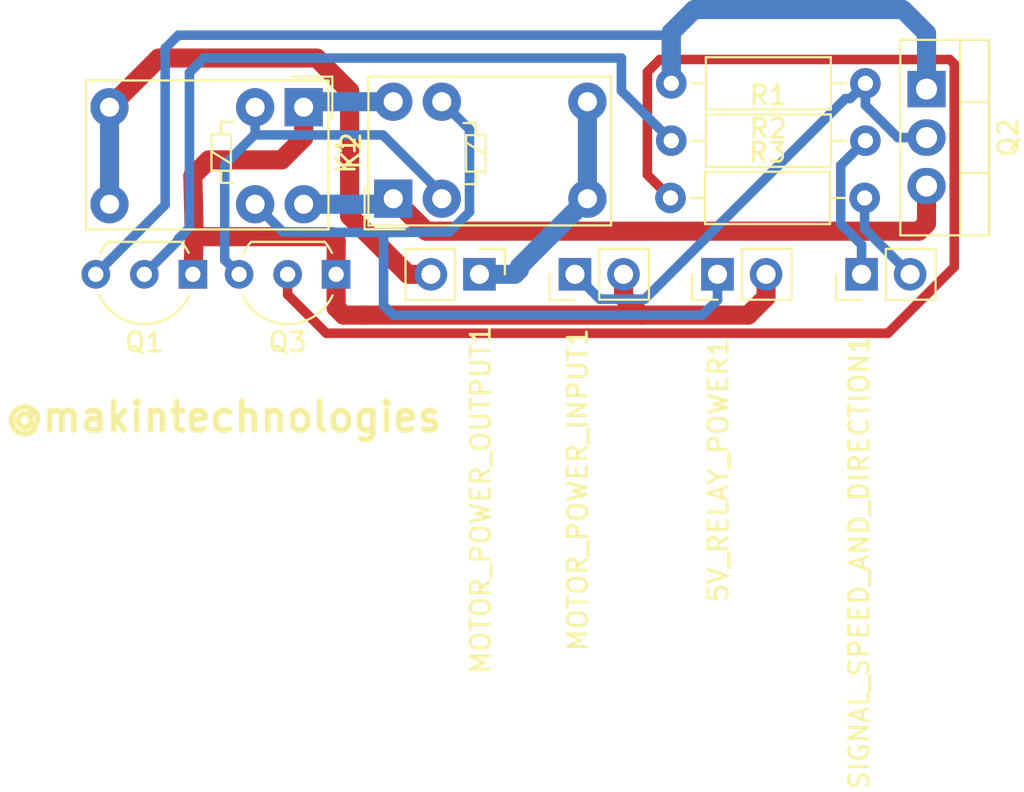
<source format=kicad_pcb>
(kicad_pcb (version 20171130) (host pcbnew "(5.1.5-0)")

  (general
    (thickness 1.6)
    (drawings 1)
    (tracks 106)
    (zones 0)
    (modules 12)
    (nets 13)
  )

  (page A4)
  (layers
    (0 F.Cu signal)
    (31 B.Cu signal)
    (32 B.Adhes user)
    (33 F.Adhes user)
    (34 B.Paste user)
    (35 F.Paste user)
    (36 B.SilkS user)
    (37 F.SilkS user)
    (38 B.Mask user)
    (39 F.Mask user)
    (40 Dwgs.User user)
    (41 Cmts.User user)
    (42 Eco1.User user)
    (43 Eco2.User user)
    (44 Edge.Cuts user)
    (45 Margin user)
    (46 B.CrtYd user)
    (47 F.CrtYd user)
    (48 B.Fab user)
    (49 F.Fab user)
  )

  (setup
    (last_trace_width 0.25)
    (user_trace_width 0.5)
    (user_trace_width 1)
    (user_trace_width 2.54)
    (trace_clearance 0.2)
    (zone_clearance 0.508)
    (zone_45_only no)
    (trace_min 0.2)
    (via_size 0.8)
    (via_drill 0.4)
    (via_min_size 0.4)
    (via_min_drill 0.3)
    (uvia_size 0.3)
    (uvia_drill 0.1)
    (uvias_allowed no)
    (uvia_min_size 0.2)
    (uvia_min_drill 0.1)
    (edge_width 0.05)
    (segment_width 0.2)
    (pcb_text_width 0.3)
    (pcb_text_size 1.5 1.5)
    (mod_edge_width 0.12)
    (mod_text_size 1 1)
    (mod_text_width 0.15)
    (pad_size 1.524 1.524)
    (pad_drill 0.762)
    (pad_to_mask_clearance 0.051)
    (solder_mask_min_width 0.25)
    (aux_axis_origin 0 0)
    (visible_elements FFFFFF7F)
    (pcbplotparams
      (layerselection 0x010fc_ffffffff)
      (usegerberextensions false)
      (usegerberattributes false)
      (usegerberadvancedattributes false)
      (creategerberjobfile false)
      (excludeedgelayer true)
      (linewidth 0.100000)
      (plotframeref false)
      (viasonmask false)
      (mode 1)
      (useauxorigin false)
      (hpglpennumber 1)
      (hpglpenspeed 20)
      (hpglpendiameter 15.000000)
      (psnegative false)
      (psa4output false)
      (plotreference true)
      (plotvalue true)
      (plotinvisibletext false)
      (padsonsilk false)
      (subtractmaskfromsilk false)
      (outputformat 1)
      (mirror false)
      (drillshape 1)
      (scaleselection 1)
      (outputdirectory ""))
  )

  (net 0 "")
  (net 1 GND)
  (net 2 /signal_speed_pwm)
  (net 3 /fet_drain)
  (net 4 /fet_g)
  (net 5 /bjt_b)
  (net 6 "Net-(Q3-Pad2)")
  (net 7 "Net-(K1-Pad2)")
  (net 8 "Net-(5V_RELAY_POWER1-Pad1)")
  (net 9 "Net-(K1-Pad5)")
  (net 10 "Net-(K2-Pad5)")
  (net 11 "Net-(MOTOR_POWER_INPUT1-Pad1)")
  (net 12 "Net-(R3-Pad2)")

  (net_class Default "This is the default net class."
    (clearance 0.2)
    (trace_width 0.25)
    (via_dia 0.8)
    (via_drill 0.4)
    (uvia_dia 0.3)
    (uvia_drill 0.1)
    (add_net /bjt_b)
    (add_net /fet_drain)
    (add_net /fet_g)
    (add_net /signal_speed_pwm)
    (add_net GND)
    (add_net "Net-(5V_RELAY_POWER1-Pad1)")
    (add_net "Net-(K1-Pad2)")
    (add_net "Net-(K1-Pad5)")
    (add_net "Net-(K2-Pad5)")
    (add_net "Net-(MOTOR_POWER_INPUT1-Pad1)")
    (add_net "Net-(Q3-Pad2)")
    (add_net "Net-(R3-Pad2)")
  )

  (module Package_TO_SOT_THT:TO-92L_Inline_Wide (layer F.Cu) (tedit 5A11996A) (tstamp 5E91B46E)
    (at 107.5 70 180)
    (descr "TO-92L leads in-line (large body variant of TO-92), also known as TO-226, wide, drill 0.75mm (see https://www.diodes.com/assets/Package-Files/TO92L.pdf and http://www.ti.com/lit/an/snoa059/snoa059.pdf)")
    (tags "TO-92L Inline Wide transistor")
    (path /5E926843)
    (fp_text reference Q3 (at 2.54 -3.56) (layer F.SilkS)
      (effects (font (size 1 1) (thickness 0.15)))
    )
    (fp_text value 2N2219 (at 2.54 2.79) (layer F.Fab)
      (effects (font (size 1 1) (thickness 0.15)))
    )
    (fp_arc (start 2.54 0) (end 4.45 1.7) (angle -15.88591585) (layer F.SilkS) (width 0.12))
    (fp_arc (start 2.54 0) (end 2.54 -2.48) (angle -130.2499344) (layer F.Fab) (width 0.1))
    (fp_arc (start 2.54 0) (end 2.54 -2.48) (angle 129.9527847) (layer F.Fab) (width 0.1))
    (fp_arc (start 2.54 0) (end 2.54 -2.6) (angle 65) (layer F.SilkS) (width 0.12))
    (fp_arc (start 2.54 0) (end 2.54 -2.6) (angle -65) (layer F.SilkS) (width 0.12))
    (fp_arc (start 2.54 0) (end 0.6 1.7) (angle 15.44288892) (layer F.SilkS) (width 0.12))
    (fp_line (start 6.1 1.85) (end -1 1.85) (layer F.CrtYd) (width 0.05))
    (fp_line (start 6.1 1.85) (end 6.1 -2.75) (layer F.CrtYd) (width 0.05))
    (fp_line (start -1 -2.75) (end -1 1.85) (layer F.CrtYd) (width 0.05))
    (fp_line (start -1 -2.75) (end 6.1 -2.75) (layer F.CrtYd) (width 0.05))
    (fp_line (start 0.65 1.6) (end 4.4 1.6) (layer F.Fab) (width 0.1))
    (fp_line (start 0.6 1.7) (end 4.45 1.7) (layer F.SilkS) (width 0.12))
    (fp_text user %R (at 2.54 -3.56) (layer F.Fab)
      (effects (font (size 1 1) (thickness 0.15)))
    )
    (pad 1 thru_hole rect (at 0 0 270) (size 1.5 1.5) (drill 0.8) (layers *.Cu *.Mask)
      (net 1 GND))
    (pad 3 thru_hole circle (at 5.08 0 270) (size 1.5 1.5) (drill 0.8) (layers *.Cu *.Mask)
      (net 7 "Net-(K1-Pad2)"))
    (pad 2 thru_hole circle (at 2.54 0 270) (size 1.5 1.5) (drill 0.8) (layers *.Cu *.Mask)
      (net 6 "Net-(Q3-Pad2)"))
    (model ${KISYS3DMOD}/Package_TO_SOT_THT.3dshapes/TO-92L_Inline_Wide.wrl
      (at (xyz 0 0 0))
      (scale (xyz 1 1 1))
      (rotate (xyz 0 0 0))
    )
  )

  (module Relay_THT:Relay_SPDT_Omron_G5V-1 (layer F.Cu) (tedit 5A57D9C3) (tstamp 5E91CA18)
    (at 110.49 66.04 90)
    (descr "Relay Omron G5V-1, see http://omronfs.omron.com/en_US/ecb/products/pdf/en-g5v_1.pdf")
    (tags "Relay Omron G5V-1")
    (path /5E941B93)
    (fp_text reference K2 (at 2.5 -2.2 90) (layer F.SilkS)
      (effects (font (size 1 1) (thickness 0.15)))
    )
    (fp_text value G5V-1 (at 2.5 12.5 90) (layer F.Fab)
      (effects (font (size 1 1) (thickness 0.15)))
    )
    (fp_line (start 6.45 11.45) (end -1.45 11.45) (layer F.CrtYd) (width 0.05))
    (fp_line (start 6.45 11.45) (end 6.45 -1.35) (layer F.CrtYd) (width 0.05))
    (fp_line (start -1.45 -1.35) (end -1.45 11.45) (layer F.CrtYd) (width 0.05))
    (fp_line (start -1.45 -1.35) (end 6.45 -1.35) (layer F.CrtYd) (width 0.05))
    (fp_line (start 3.327 3.81) (end 3.327 4.826) (layer F.SilkS) (width 0.12))
    (fp_line (start 1.422 4.826) (end 3.327 4.826) (layer F.SilkS) (width 0.12))
    (fp_line (start 1.422 3.81) (end 1.422 4.826) (layer F.SilkS) (width 0.12))
    (fp_line (start 3.327 3.81) (end 1.422 3.81) (layer F.SilkS) (width 0.12))
    (fp_line (start 3.962 4.318) (end 3.327 4.318) (layer F.SilkS) (width 0.12))
    (fp_line (start 3.962 3.683) (end 3.962 4.318) (layer F.SilkS) (width 0.12))
    (fp_line (start 0.762 4.318) (end 1.422 4.318) (layer F.SilkS) (width 0.12))
    (fp_line (start 0.762 3.683) (end 0.762 4.318) (layer F.SilkS) (width 0.12))
    (fp_line (start 2.946 3.81) (end 2.311 4.826) (layer F.SilkS) (width 0.12))
    (fp_line (start -0.1 -1.1) (end 6.2 -1.1) (layer F.Fab) (width 0.12))
    (fp_line (start 6.2 -1.1) (end 6.2 11.2) (layer F.Fab) (width 0.12))
    (fp_line (start 6.2 11.2) (end -1.2 11.2) (layer F.Fab) (width 0.12))
    (fp_line (start -1.2 11.2) (end -1.2 -0.1) (layer F.Fab) (width 0.12))
    (fp_line (start -1.2 -0.1) (end -0.1 -1.1) (layer F.Fab) (width 0.12))
    (fp_line (start -1.4 -1.3) (end 6.4 -1.3) (layer F.SilkS) (width 0.12))
    (fp_line (start 6.4 -1.3) (end 6.4 11.4) (layer F.SilkS) (width 0.12))
    (fp_line (start 6.4 11.4) (end -1.4 11.4) (layer F.SilkS) (width 0.12))
    (fp_line (start -1.4 11.4) (end -1.4 -1.3) (layer F.SilkS) (width 0.12))
    (fp_line (start -1.6 0.6) (end -1.6 -1.5) (layer F.SilkS) (width 0.12))
    (fp_line (start -1.6 -1.5) (end 0.6 -1.5) (layer F.SilkS) (width 0.12))
    (fp_text user %R (at 2.54 6.35 90) (layer F.Fab)
      (effects (font (size 1 1) (thickness 0.15)))
    )
    (pad 5 thru_hole circle (at 0 10.16 90) (size 2 2) (drill 1) (layers *.Cu *.Mask)
      (net 10 "Net-(K2-Pad5)"))
    (pad 6 thru_hole circle (at 5.08 10.16 90) (size 2 2) (drill 1) (layers *.Cu *.Mask)
      (net 10 "Net-(K2-Pad5)"))
    (pad 2 thru_hole circle (at 0 2.54 90) (size 2 2) (drill 1) (layers *.Cu *.Mask)
      (net 7 "Net-(K1-Pad2)"))
    (pad 1 thru_hole rect (at 0 0 90) (size 2 2) (drill 1) (layers *.Cu *.Mask)
      (net 3 /fet_drain))
    (pad 9 thru_hole circle (at 5.08 2.54 90) (size 2 2) (drill 1) (layers *.Cu *.Mask)
      (net 8 "Net-(5V_RELAY_POWER1-Pad1)"))
    (pad 10 thru_hole circle (at 5.08 0 90) (size 2 2) (drill 1) (layers *.Cu *.Mask)
      (net 1 GND))
    (model ${KISYS3DMOD}/Relay_THT.3dshapes/Relay_SPDT_Omron_G5V-1.wrl
      (at (xyz 0 0 0))
      (scale (xyz 1 1 1))
      (rotate (xyz 0 0 0))
    )
  )

  (module Package_TO_SOT_THT:TO-92L_Inline_Wide (layer F.Cu) (tedit 5A11996A) (tstamp 5E910F04)
    (at 100 70 180)
    (descr "TO-92L leads in-line (large body variant of TO-92), also known as TO-226, wide, drill 0.75mm (see https://www.diodes.com/assets/Package-Files/TO92L.pdf and http://www.ti.com/lit/an/snoa059/snoa059.pdf)")
    (tags "TO-92L Inline Wide transistor")
    (path /5E9047F0)
    (fp_text reference Q1 (at 2.54 -3.56) (layer F.SilkS)
      (effects (font (size 1 1) (thickness 0.15)))
    )
    (fp_text value 2N2219 (at 2.54 2.79) (layer F.Fab)
      (effects (font (size 1 1) (thickness 0.15)))
    )
    (fp_arc (start 2.54 0) (end 4.45 1.7) (angle -15.88591585) (layer F.SilkS) (width 0.12))
    (fp_arc (start 2.54 0) (end 2.54 -2.48) (angle -130.2499344) (layer F.Fab) (width 0.1))
    (fp_arc (start 2.54 0) (end 2.54 -2.48) (angle 129.9527847) (layer F.Fab) (width 0.1))
    (fp_arc (start 2.54 0) (end 2.54 -2.6) (angle 65) (layer F.SilkS) (width 0.12))
    (fp_arc (start 2.54 0) (end 2.54 -2.6) (angle -65) (layer F.SilkS) (width 0.12))
    (fp_arc (start 2.54 0) (end 0.6 1.7) (angle 15.44288892) (layer F.SilkS) (width 0.12))
    (fp_line (start 6.1 1.85) (end -1 1.85) (layer F.CrtYd) (width 0.05))
    (fp_line (start 6.1 1.85) (end 6.1 -2.75) (layer F.CrtYd) (width 0.05))
    (fp_line (start -1 -2.75) (end -1 1.85) (layer F.CrtYd) (width 0.05))
    (fp_line (start -1 -2.75) (end 6.1 -2.75) (layer F.CrtYd) (width 0.05))
    (fp_line (start 0.65 1.6) (end 4.4 1.6) (layer F.Fab) (width 0.1))
    (fp_line (start 0.6 1.7) (end 4.45 1.7) (layer F.SilkS) (width 0.12))
    (fp_text user %R (at 2.54 -3.56) (layer F.Fab)
      (effects (font (size 1 1) (thickness 0.15)))
    )
    (pad 1 thru_hole rect (at 0 0 270) (size 1.5 1.5) (drill 0.8) (layers *.Cu *.Mask)
      (net 1 GND))
    (pad 3 thru_hole circle (at 5.08 0 270) (size 1.5 1.5) (drill 0.8) (layers *.Cu *.Mask)
      (net 4 /fet_g))
    (pad 2 thru_hole circle (at 2.54 0 270) (size 1.5 1.5) (drill 0.8) (layers *.Cu *.Mask)
      (net 5 /bjt_b))
    (model ${KISYS3DMOD}/Package_TO_SOT_THT.3dshapes/TO-92L_Inline_Wide.wrl
      (at (xyz 0 0 0))
      (scale (xyz 1 1 1))
      (rotate (xyz 0 0 0))
    )
  )

  (module Relay_THT:Relay_SPDT_Omron_G5V-1 (layer F.Cu) (tedit 5A57D9C3) (tstamp 5E91CA7E)
    (at 105.800001 61.250001 270)
    (descr "Relay Omron G5V-1, see http://omronfs.omron.com/en_US/ecb/products/pdf/en-g5v_1.pdf")
    (tags "Relay Omron G5V-1")
    (path /5E93EF46)
    (fp_text reference K1 (at 2.5 -2.2 90) (layer F.SilkS)
      (effects (font (size 1 1) (thickness 0.15)))
    )
    (fp_text value G5V-1 (at 2.5 12.5 90) (layer F.Fab)
      (effects (font (size 1 1) (thickness 0.15)))
    )
    (fp_line (start 6.45 11.45) (end -1.45 11.45) (layer F.CrtYd) (width 0.05))
    (fp_line (start 6.45 11.45) (end 6.45 -1.35) (layer F.CrtYd) (width 0.05))
    (fp_line (start -1.45 -1.35) (end -1.45 11.45) (layer F.CrtYd) (width 0.05))
    (fp_line (start -1.45 -1.35) (end 6.45 -1.35) (layer F.CrtYd) (width 0.05))
    (fp_line (start 3.327 3.81) (end 3.327 4.826) (layer F.SilkS) (width 0.12))
    (fp_line (start 1.422 4.826) (end 3.327 4.826) (layer F.SilkS) (width 0.12))
    (fp_line (start 1.422 3.81) (end 1.422 4.826) (layer F.SilkS) (width 0.12))
    (fp_line (start 3.327 3.81) (end 1.422 3.81) (layer F.SilkS) (width 0.12))
    (fp_line (start 3.962 4.318) (end 3.327 4.318) (layer F.SilkS) (width 0.12))
    (fp_line (start 3.962 3.683) (end 3.962 4.318) (layer F.SilkS) (width 0.12))
    (fp_line (start 0.762 4.318) (end 1.422 4.318) (layer F.SilkS) (width 0.12))
    (fp_line (start 0.762 3.683) (end 0.762 4.318) (layer F.SilkS) (width 0.12))
    (fp_line (start 2.946 3.81) (end 2.311 4.826) (layer F.SilkS) (width 0.12))
    (fp_line (start -0.1 -1.1) (end 6.2 -1.1) (layer F.Fab) (width 0.12))
    (fp_line (start 6.2 -1.1) (end 6.2 11.2) (layer F.Fab) (width 0.12))
    (fp_line (start 6.2 11.2) (end -1.2 11.2) (layer F.Fab) (width 0.12))
    (fp_line (start -1.2 11.2) (end -1.2 -0.1) (layer F.Fab) (width 0.12))
    (fp_line (start -1.2 -0.1) (end -0.1 -1.1) (layer F.Fab) (width 0.12))
    (fp_line (start -1.4 -1.3) (end 6.4 -1.3) (layer F.SilkS) (width 0.12))
    (fp_line (start 6.4 -1.3) (end 6.4 11.4) (layer F.SilkS) (width 0.12))
    (fp_line (start 6.4 11.4) (end -1.4 11.4) (layer F.SilkS) (width 0.12))
    (fp_line (start -1.4 11.4) (end -1.4 -1.3) (layer F.SilkS) (width 0.12))
    (fp_line (start -1.6 0.6) (end -1.6 -1.5) (layer F.SilkS) (width 0.12))
    (fp_line (start -1.6 -1.5) (end 0.6 -1.5) (layer F.SilkS) (width 0.12))
    (fp_text user %R (at 2.54 6.35 90) (layer F.Fab)
      (effects (font (size 1 1) (thickness 0.15)))
    )
    (pad 5 thru_hole circle (at 0 10.16 270) (size 2 2) (drill 1) (layers *.Cu *.Mask)
      (net 9 "Net-(K1-Pad5)"))
    (pad 6 thru_hole circle (at 5.08 10.16 270) (size 2 2) (drill 1) (layers *.Cu *.Mask)
      (net 9 "Net-(K1-Pad5)"))
    (pad 2 thru_hole circle (at 0 2.54 270) (size 2 2) (drill 1) (layers *.Cu *.Mask)
      (net 7 "Net-(K1-Pad2)"))
    (pad 1 thru_hole rect (at 0 0 270) (size 2 2) (drill 1) (layers *.Cu *.Mask)
      (net 1 GND))
    (pad 9 thru_hole circle (at 5.08 2.54 270) (size 2 2) (drill 1) (layers *.Cu *.Mask)
      (net 8 "Net-(5V_RELAY_POWER1-Pad1)"))
    (pad 10 thru_hole circle (at 5.08 0 270) (size 2 2) (drill 1) (layers *.Cu *.Mask)
      (net 3 /fet_drain))
    (model ${KISYS3DMOD}/Relay_THT.3dshapes/Relay_SPDT_Omron_G5V-1.wrl
      (at (xyz 0 0 0))
      (scale (xyz 1 1 1))
      (rotate (xyz 0 0 0))
    )
  )

  (module Resistor_THT:R_Axial_DIN0207_L6.3mm_D2.5mm_P10.16mm_Horizontal (layer F.Cu) (tedit 5AE5139B) (tstamp 5E91EF7D)
    (at 125 66)
    (descr "Resistor, Axial_DIN0207 series, Axial, Horizontal, pin pitch=10.16mm, 0.25W = 1/4W, length*diameter=6.3*2.5mm^2, http://cdn-reichelt.de/documents/datenblatt/B400/1_4W%23YAG.pdf")
    (tags "Resistor Axial_DIN0207 series Axial Horizontal pin pitch 10.16mm 0.25W = 1/4W length 6.3mm diameter 2.5mm")
    (path /5E927C2F)
    (fp_text reference R3 (at 5.08 -2.37) (layer F.SilkS)
      (effects (font (size 1 1) (thickness 0.15)))
    )
    (fp_text value R1k (at 5.08 2.37) (layer F.Fab)
      (effects (font (size 1 1) (thickness 0.15)))
    )
    (fp_text user %R (at 5.08 0) (layer F.Fab)
      (effects (font (size 1 1) (thickness 0.15)))
    )
    (fp_line (start 11.21 -1.5) (end -1.05 -1.5) (layer F.CrtYd) (width 0.05))
    (fp_line (start 11.21 1.5) (end 11.21 -1.5) (layer F.CrtYd) (width 0.05))
    (fp_line (start -1.05 1.5) (end 11.21 1.5) (layer F.CrtYd) (width 0.05))
    (fp_line (start -1.05 -1.5) (end -1.05 1.5) (layer F.CrtYd) (width 0.05))
    (fp_line (start 9.12 0) (end 8.35 0) (layer F.SilkS) (width 0.12))
    (fp_line (start 1.04 0) (end 1.81 0) (layer F.SilkS) (width 0.12))
    (fp_line (start 8.35 -1.37) (end 1.81 -1.37) (layer F.SilkS) (width 0.12))
    (fp_line (start 8.35 1.37) (end 8.35 -1.37) (layer F.SilkS) (width 0.12))
    (fp_line (start 1.81 1.37) (end 8.35 1.37) (layer F.SilkS) (width 0.12))
    (fp_line (start 1.81 -1.37) (end 1.81 1.37) (layer F.SilkS) (width 0.12))
    (fp_line (start 10.16 0) (end 8.23 0) (layer F.Fab) (width 0.1))
    (fp_line (start 0 0) (end 1.93 0) (layer F.Fab) (width 0.1))
    (fp_line (start 8.23 -1.25) (end 1.93 -1.25) (layer F.Fab) (width 0.1))
    (fp_line (start 8.23 1.25) (end 8.23 -1.25) (layer F.Fab) (width 0.1))
    (fp_line (start 1.93 1.25) (end 8.23 1.25) (layer F.Fab) (width 0.1))
    (fp_line (start 1.93 -1.25) (end 1.93 1.25) (layer F.Fab) (width 0.1))
    (pad 2 thru_hole oval (at 10.16 0) (size 1.6 1.6) (drill 0.8) (layers *.Cu *.Mask)
      (net 12 "Net-(R3-Pad2)"))
    (pad 1 thru_hole circle (at 0 0) (size 1.6 1.6) (drill 0.8) (layers *.Cu *.Mask)
      (net 6 "Net-(Q3-Pad2)"))
    (model ${KISYS3DMOD}/Resistor_THT.3dshapes/R_Axial_DIN0207_L6.3mm_D2.5mm_P10.16mm_Horizontal.wrl
      (at (xyz 0 0 0))
      (scale (xyz 1 1 1))
      (rotate (xyz 0 0 0))
    )
  )

  (module Package_TO_SOT_THT:TO-220-3_Vertical (layer F.Cu) (tedit 5AC8BA0D) (tstamp 5E91B459)
    (at 138.4 60.3 270)
    (descr "TO-220-3, Vertical, RM 2.54mm, see https://www.vishay.com/docs/66542/to-220-1.pdf")
    (tags "TO-220-3 Vertical RM 2.54mm")
    (path /5E912D11)
    (fp_text reference Q2 (at 2.54 -4.27 90) (layer F.SilkS)
      (effects (font (size 1 1) (thickness 0.15)))
    )
    (fp_text value IRF9540N (at 2.54 2.5 90) (layer F.Fab)
      (effects (font (size 1 1) (thickness 0.15)))
    )
    (fp_text user %R (at 2.54 -4.27 90) (layer F.Fab)
      (effects (font (size 1 1) (thickness 0.15)))
    )
    (fp_line (start 7.79 -3.4) (end -2.71 -3.4) (layer F.CrtYd) (width 0.05))
    (fp_line (start 7.79 1.51) (end 7.79 -3.4) (layer F.CrtYd) (width 0.05))
    (fp_line (start -2.71 1.51) (end 7.79 1.51) (layer F.CrtYd) (width 0.05))
    (fp_line (start -2.71 -3.4) (end -2.71 1.51) (layer F.CrtYd) (width 0.05))
    (fp_line (start 4.391 -3.27) (end 4.391 -1.76) (layer F.SilkS) (width 0.12))
    (fp_line (start 0.69 -3.27) (end 0.69 -1.76) (layer F.SilkS) (width 0.12))
    (fp_line (start -2.58 -1.76) (end 7.66 -1.76) (layer F.SilkS) (width 0.12))
    (fp_line (start 7.66 -3.27) (end 7.66 1.371) (layer F.SilkS) (width 0.12))
    (fp_line (start -2.58 -3.27) (end -2.58 1.371) (layer F.SilkS) (width 0.12))
    (fp_line (start -2.58 1.371) (end 7.66 1.371) (layer F.SilkS) (width 0.12))
    (fp_line (start -2.58 -3.27) (end 7.66 -3.27) (layer F.SilkS) (width 0.12))
    (fp_line (start 4.39 -3.15) (end 4.39 -1.88) (layer F.Fab) (width 0.1))
    (fp_line (start 0.69 -3.15) (end 0.69 -1.88) (layer F.Fab) (width 0.1))
    (fp_line (start -2.46 -1.88) (end 7.54 -1.88) (layer F.Fab) (width 0.1))
    (fp_line (start 7.54 -3.15) (end -2.46 -3.15) (layer F.Fab) (width 0.1))
    (fp_line (start 7.54 1.25) (end 7.54 -3.15) (layer F.Fab) (width 0.1))
    (fp_line (start -2.46 1.25) (end 7.54 1.25) (layer F.Fab) (width 0.1))
    (fp_line (start -2.46 -3.15) (end -2.46 1.25) (layer F.Fab) (width 0.1))
    (pad 3 thru_hole oval (at 5.08 0 270) (size 1.905 2) (drill 1.1) (layers *.Cu *.Mask)
      (net 3 /fet_drain))
    (pad 2 thru_hole oval (at 2.54 0 270) (size 1.905 2) (drill 1.1) (layers *.Cu *.Mask)
      (net 11 "Net-(MOTOR_POWER_INPUT1-Pad1)"))
    (pad 1 thru_hole rect (at 0 0 270) (size 1.905 2) (drill 1.1) (layers *.Cu *.Mask)
      (net 4 /fet_g))
    (model ${KISYS3DMOD}/Package_TO_SOT_THT.3dshapes/TO-220-3_Vertical.wrl
      (at (xyz 0 0 0))
      (scale (xyz 1 1 1))
      (rotate (xyz 0 0 0))
    )
  )

  (module Connector_PinHeader_2.54mm:PinHeader_1x02_P2.54mm_Vertical (layer F.Cu) (tedit 59FED5CC) (tstamp 5E91F664)
    (at 115 70 270)
    (descr "Through hole straight pin header, 1x02, 2.54mm pitch, single row")
    (tags "Through hole pin header THT 1x02 2.54mm single row")
    (path /5E92FC61)
    (fp_text reference MOTOR_POWER_OUTPUT1 (at 11.788 -0.062 90) (layer F.SilkS)
      (effects (font (size 1 1) (thickness 0.15)))
    )
    (fp_text value MOTOR_POWER_OUTPUT (at 12.296 1.208 90) (layer F.Fab)
      (effects (font (size 1 1) (thickness 0.15)))
    )
    (fp_text user %R (at 11.788 -1.332 90) (layer F.Fab)
      (effects (font (size 1 1) (thickness 0.15)))
    )
    (fp_line (start 1.8 -1.8) (end -1.8 -1.8) (layer F.CrtYd) (width 0.05))
    (fp_line (start 1.8 4.35) (end 1.8 -1.8) (layer F.CrtYd) (width 0.05))
    (fp_line (start -1.8 4.35) (end 1.8 4.35) (layer F.CrtYd) (width 0.05))
    (fp_line (start -1.8 -1.8) (end -1.8 4.35) (layer F.CrtYd) (width 0.05))
    (fp_line (start -1.33 -1.33) (end 0 -1.33) (layer F.SilkS) (width 0.12))
    (fp_line (start -1.33 0) (end -1.33 -1.33) (layer F.SilkS) (width 0.12))
    (fp_line (start -1.33 1.27) (end 1.33 1.27) (layer F.SilkS) (width 0.12))
    (fp_line (start 1.33 1.27) (end 1.33 3.87) (layer F.SilkS) (width 0.12))
    (fp_line (start -1.33 1.27) (end -1.33 3.87) (layer F.SilkS) (width 0.12))
    (fp_line (start -1.33 3.87) (end 1.33 3.87) (layer F.SilkS) (width 0.12))
    (fp_line (start -1.27 -0.635) (end -0.635 -1.27) (layer F.Fab) (width 0.1))
    (fp_line (start -1.27 3.81) (end -1.27 -0.635) (layer F.Fab) (width 0.1))
    (fp_line (start 1.27 3.81) (end -1.27 3.81) (layer F.Fab) (width 0.1))
    (fp_line (start 1.27 -1.27) (end 1.27 3.81) (layer F.Fab) (width 0.1))
    (fp_line (start -0.635 -1.27) (end 1.27 -1.27) (layer F.Fab) (width 0.1))
    (pad 2 thru_hole oval (at 0 2.54 270) (size 1.7 1.7) (drill 1) (layers *.Cu *.Mask)
      (net 9 "Net-(K1-Pad5)"))
    (pad 1 thru_hole rect (at 0 0 270) (size 1.7 1.7) (drill 1) (layers *.Cu *.Mask)
      (net 10 "Net-(K2-Pad5)"))
    (model ${KISYS3DMOD}/Connector_PinHeader_2.54mm.3dshapes/PinHeader_1x02_P2.54mm_Vertical.wrl
      (at (xyz 0 0 0))
      (scale (xyz 1 1 1))
      (rotate (xyz 0 0 0))
    )
  )

  (module Connector_PinHeader_2.54mm:PinHeader_1x02_P2.54mm_Vertical (layer F.Cu) (tedit 59FED5CC) (tstamp 5E920ACA)
    (at 127.46 70 90)
    (descr "Through hole straight pin header, 1x02, 2.54mm pitch, single row")
    (tags "Through hole pin header THT 1x02 2.54mm single row")
    (path /5E92CC88)
    (fp_text reference 5V_RELAY_POWER1 (at -10.264 0.048 90) (layer F.SilkS)
      (effects (font (size 1 1) (thickness 0.15)))
    )
    (fp_text value 5V_RELAY_POWER (at -10.772 1.318 90) (layer F.Fab)
      (effects (font (size 1 1) (thickness 0.15)))
    )
    (fp_text user %R (at -10.264 -1.222 90) (layer F.Fab)
      (effects (font (size 1 1) (thickness 0.15)))
    )
    (fp_line (start 1.8 -1.8) (end -1.8 -1.8) (layer F.CrtYd) (width 0.05))
    (fp_line (start 1.8 4.35) (end 1.8 -1.8) (layer F.CrtYd) (width 0.05))
    (fp_line (start -1.8 4.35) (end 1.8 4.35) (layer F.CrtYd) (width 0.05))
    (fp_line (start -1.8 -1.8) (end -1.8 4.35) (layer F.CrtYd) (width 0.05))
    (fp_line (start -1.33 -1.33) (end 0 -1.33) (layer F.SilkS) (width 0.12))
    (fp_line (start -1.33 0) (end -1.33 -1.33) (layer F.SilkS) (width 0.12))
    (fp_line (start -1.33 1.27) (end 1.33 1.27) (layer F.SilkS) (width 0.12))
    (fp_line (start 1.33 1.27) (end 1.33 3.87) (layer F.SilkS) (width 0.12))
    (fp_line (start -1.33 1.27) (end -1.33 3.87) (layer F.SilkS) (width 0.12))
    (fp_line (start -1.33 3.87) (end 1.33 3.87) (layer F.SilkS) (width 0.12))
    (fp_line (start -1.27 -0.635) (end -0.635 -1.27) (layer F.Fab) (width 0.1))
    (fp_line (start -1.27 3.81) (end -1.27 -0.635) (layer F.Fab) (width 0.1))
    (fp_line (start 1.27 3.81) (end -1.27 3.81) (layer F.Fab) (width 0.1))
    (fp_line (start 1.27 -1.27) (end 1.27 3.81) (layer F.Fab) (width 0.1))
    (fp_line (start -0.635 -1.27) (end 1.27 -1.27) (layer F.Fab) (width 0.1))
    (pad 2 thru_hole oval (at 0 2.54 90) (size 1.7 1.7) (drill 1) (layers *.Cu *.Mask)
      (net 1 GND))
    (pad 1 thru_hole rect (at 0 0 90) (size 1.7 1.7) (drill 1) (layers *.Cu *.Mask)
      (net 8 "Net-(5V_RELAY_POWER1-Pad1)"))
    (model ${KISYS3DMOD}/Connector_PinHeader_2.54mm.3dshapes/PinHeader_1x02_P2.54mm_Vertical.wrl
      (at (xyz 0 0 0))
      (scale (xyz 1 1 1))
      (rotate (xyz 0 0 0))
    )
  )

  (module Resistor_THT:R_Axial_DIN0207_L6.3mm_D2.5mm_P10.16mm_Horizontal (layer F.Cu) (tedit 5AE5139B) (tstamp 5E91F070)
    (at 135.2 60 180)
    (descr "Resistor, Axial_DIN0207 series, Axial, Horizontal, pin pitch=10.16mm, 0.25W = 1/4W, length*diameter=6.3*2.5mm^2, http://cdn-reichelt.de/documents/datenblatt/B400/1_4W%23YAG.pdf")
    (tags "Resistor Axial_DIN0207 series Axial Horizontal pin pitch 10.16mm 0.25W = 1/4W length 6.3mm diameter 2.5mm")
    (path /5E9066A8)
    (fp_text reference R2 (at 5.08 -2.37) (layer F.SilkS)
      (effects (font (size 1 1) (thickness 0.15)))
    )
    (fp_text value r200k (at 5.08 2.37) (layer F.Fab)
      (effects (font (size 1 1) (thickness 0.15)))
    )
    (fp_text user %R (at 5.08 0 270) (layer F.Fab)
      (effects (font (size 1 1) (thickness 0.15)))
    )
    (fp_line (start 11.21 -1.5) (end -1.05 -1.5) (layer F.CrtYd) (width 0.05))
    (fp_line (start 11.21 1.5) (end 11.21 -1.5) (layer F.CrtYd) (width 0.05))
    (fp_line (start -1.05 1.5) (end 11.21 1.5) (layer F.CrtYd) (width 0.05))
    (fp_line (start -1.05 -1.5) (end -1.05 1.5) (layer F.CrtYd) (width 0.05))
    (fp_line (start 9.12 0) (end 8.35 0) (layer F.SilkS) (width 0.12))
    (fp_line (start 1.04 0) (end 1.81 0) (layer F.SilkS) (width 0.12))
    (fp_line (start 8.35 -1.37) (end 1.81 -1.37) (layer F.SilkS) (width 0.12))
    (fp_line (start 8.35 1.37) (end 8.35 -1.37) (layer F.SilkS) (width 0.12))
    (fp_line (start 1.81 1.37) (end 8.35 1.37) (layer F.SilkS) (width 0.12))
    (fp_line (start 1.81 -1.37) (end 1.81 1.37) (layer F.SilkS) (width 0.12))
    (fp_line (start 10.16 0) (end 8.23 0) (layer F.Fab) (width 0.1))
    (fp_line (start 0 0) (end 1.93 0) (layer F.Fab) (width 0.1))
    (fp_line (start 8.23 -1.25) (end 1.93 -1.25) (layer F.Fab) (width 0.1))
    (fp_line (start 8.23 1.25) (end 8.23 -1.25) (layer F.Fab) (width 0.1))
    (fp_line (start 1.93 1.25) (end 8.23 1.25) (layer F.Fab) (width 0.1))
    (fp_line (start 1.93 -1.25) (end 1.93 1.25) (layer F.Fab) (width 0.1))
    (pad 2 thru_hole oval (at 10.16 0 180) (size 1.6 1.6) (drill 0.8) (layers *.Cu *.Mask)
      (net 4 /fet_g))
    (pad 1 thru_hole circle (at 0 0 180) (size 1.6 1.6) (drill 0.8) (layers *.Cu *.Mask)
      (net 11 "Net-(MOTOR_POWER_INPUT1-Pad1)"))
    (model ${KISYS3DMOD}/Resistor_THT.3dshapes/R_Axial_DIN0207_L6.3mm_D2.5mm_P10.16mm_Horizontal.wrl
      (at (xyz 0 0 0))
      (scale (xyz 1 1 1))
      (rotate (xyz 0 0 0))
    )
  )

  (module Resistor_THT:R_Axial_DIN0207_L6.3mm_D2.5mm_P10.16mm_Horizontal (layer F.Cu) (tedit 5AE5139B) (tstamp 5E91EC5F)
    (at 125.04 63)
    (descr "Resistor, Axial_DIN0207 series, Axial, Horizontal, pin pitch=10.16mm, 0.25W = 1/4W, length*diameter=6.3*2.5mm^2, http://cdn-reichelt.de/documents/datenblatt/B400/1_4W%23YAG.pdf")
    (tags "Resistor Axial_DIN0207 series Axial Horizontal pin pitch 10.16mm 0.25W = 1/4W length 6.3mm diameter 2.5mm")
    (path /5E90F097)
    (fp_text reference R1 (at 5.08 -2.37) (layer F.SilkS)
      (effects (font (size 1 1) (thickness 0.15)))
    )
    (fp_text value R1k (at 5.08 2.37) (layer F.Fab)
      (effects (font (size 1 1) (thickness 0.15)))
    )
    (fp_text user %R (at 5.08 0) (layer F.Fab)
      (effects (font (size 1 1) (thickness 0.15)))
    )
    (fp_line (start 11.21 -1.5) (end -1.05 -1.5) (layer F.CrtYd) (width 0.05))
    (fp_line (start 11.21 1.5) (end 11.21 -1.5) (layer F.CrtYd) (width 0.05))
    (fp_line (start -1.05 1.5) (end 11.21 1.5) (layer F.CrtYd) (width 0.05))
    (fp_line (start -1.05 -1.5) (end -1.05 1.5) (layer F.CrtYd) (width 0.05))
    (fp_line (start 9.12 0) (end 8.35 0) (layer F.SilkS) (width 0.12))
    (fp_line (start 1.04 0) (end 1.81 0) (layer F.SilkS) (width 0.12))
    (fp_line (start 8.35 -1.37) (end 1.81 -1.37) (layer F.SilkS) (width 0.12))
    (fp_line (start 8.35 1.37) (end 8.35 -1.37) (layer F.SilkS) (width 0.12))
    (fp_line (start 1.81 1.37) (end 8.35 1.37) (layer F.SilkS) (width 0.12))
    (fp_line (start 1.81 -1.37) (end 1.81 1.37) (layer F.SilkS) (width 0.12))
    (fp_line (start 10.16 0) (end 8.23 0) (layer F.Fab) (width 0.1))
    (fp_line (start 0 0) (end 1.93 0) (layer F.Fab) (width 0.1))
    (fp_line (start 8.23 -1.25) (end 1.93 -1.25) (layer F.Fab) (width 0.1))
    (fp_line (start 8.23 1.25) (end 8.23 -1.25) (layer F.Fab) (width 0.1))
    (fp_line (start 1.93 1.25) (end 8.23 1.25) (layer F.Fab) (width 0.1))
    (fp_line (start 1.93 -1.25) (end 1.93 1.25) (layer F.Fab) (width 0.1))
    (pad 2 thru_hole oval (at 10.16 0) (size 1.6 1.6) (drill 0.8) (layers *.Cu *.Mask)
      (net 2 /signal_speed_pwm))
    (pad 1 thru_hole circle (at 0 0) (size 1.6 1.6) (drill 0.8) (layers *.Cu *.Mask)
      (net 5 /bjt_b))
    (model ${KISYS3DMOD}/Resistor_THT.3dshapes/R_Axial_DIN0207_L6.3mm_D2.5mm_P10.16mm_Horizontal.wrl
      (at (xyz 0 0 0))
      (scale (xyz 1 1 1))
      (rotate (xyz 0 0 0))
    )
  )

  (module Connector_PinHeader_2.54mm:PinHeader_1x02_P2.54mm_Vertical (layer F.Cu) (tedit 59FED5CC) (tstamp 5E911338)
    (at 135 70 90)
    (descr "Through hole straight pin header, 1x02, 2.54mm pitch, single row")
    (tags "Through hole pin header THT 1x02 2.54mm single row")
    (path /5E90FCD0)
    (fp_text reference SIGNAL_SPEED_AND_DIRECTION1 (at -15.09 -0.126 90) (layer F.SilkS)
      (effects (font (size 1 1) (thickness 0.15)))
    )
    (fp_text value SIGNAL_SPEED_AND_DIRECTION (at -15.598 2.414 90) (layer F.Fab)
      (effects (font (size 1 1) (thickness 0.15)))
    )
    (fp_text user %R (at -15.09 1.144 90) (layer F.Fab)
      (effects (font (size 1 1) (thickness 0.15)))
    )
    (fp_line (start 1.8 -1.8) (end -1.8 -1.8) (layer F.CrtYd) (width 0.05))
    (fp_line (start 1.8 4.35) (end 1.8 -1.8) (layer F.CrtYd) (width 0.05))
    (fp_line (start -1.8 4.35) (end 1.8 4.35) (layer F.CrtYd) (width 0.05))
    (fp_line (start -1.8 -1.8) (end -1.8 4.35) (layer F.CrtYd) (width 0.05))
    (fp_line (start -1.33 -1.33) (end 0 -1.33) (layer F.SilkS) (width 0.12))
    (fp_line (start -1.33 0) (end -1.33 -1.33) (layer F.SilkS) (width 0.12))
    (fp_line (start -1.33 1.27) (end 1.33 1.27) (layer F.SilkS) (width 0.12))
    (fp_line (start 1.33 1.27) (end 1.33 3.87) (layer F.SilkS) (width 0.12))
    (fp_line (start -1.33 1.27) (end -1.33 3.87) (layer F.SilkS) (width 0.12))
    (fp_line (start -1.33 3.87) (end 1.33 3.87) (layer F.SilkS) (width 0.12))
    (fp_line (start -1.27 -0.635) (end -0.635 -1.27) (layer F.Fab) (width 0.1))
    (fp_line (start -1.27 3.81) (end -1.27 -0.635) (layer F.Fab) (width 0.1))
    (fp_line (start 1.27 3.81) (end -1.27 3.81) (layer F.Fab) (width 0.1))
    (fp_line (start 1.27 -1.27) (end 1.27 3.81) (layer F.Fab) (width 0.1))
    (fp_line (start -0.635 -1.27) (end 1.27 -1.27) (layer F.Fab) (width 0.1))
    (pad 2 thru_hole oval (at 0 2.54 90) (size 1.7 1.7) (drill 1) (layers *.Cu *.Mask)
      (net 12 "Net-(R3-Pad2)"))
    (pad 1 thru_hole rect (at 0 0 90) (size 1.7 1.7) (drill 1) (layers *.Cu *.Mask)
      (net 2 /signal_speed_pwm))
    (model ${KISYS3DMOD}/Connector_PinHeader_2.54mm.3dshapes/PinHeader_1x02_P2.54mm_Vertical.wrl
      (at (xyz 0 0 0))
      (scale (xyz 1 1 1))
      (rotate (xyz 0 0 0))
    )
  )

  (module Connector_PinHeader_2.54mm:PinHeader_1x02_P2.54mm_Vertical (layer F.Cu) (tedit 59FED5CC) (tstamp 5E9208F4)
    (at 120 70 90)
    (descr "Through hole straight pin header, 1x02, 2.54mm pitch, single row")
    (tags "Through hole pin header THT 1x02 2.54mm single row")
    (path /5E909D27)
    (fp_text reference MOTOR_POWER_INPUT1 (at -11.28 0.142 90) (layer F.SilkS)
      (effects (font (size 1 1) (thickness 0.15)))
    )
    (fp_text value MOTOR_POWER_INPUT (at -11.788 1.412 90) (layer F.Fab)
      (effects (font (size 1 1) (thickness 0.15)))
    )
    (fp_line (start -0.635 -1.27) (end 1.27 -1.27) (layer F.Fab) (width 0.1))
    (fp_line (start 1.27 -1.27) (end 1.27 3.81) (layer F.Fab) (width 0.1))
    (fp_line (start 1.27 3.81) (end -1.27 3.81) (layer F.Fab) (width 0.1))
    (fp_line (start -1.27 3.81) (end -1.27 -0.635) (layer F.Fab) (width 0.1))
    (fp_line (start -1.27 -0.635) (end -0.635 -1.27) (layer F.Fab) (width 0.1))
    (fp_line (start -1.33 3.87) (end 1.33 3.87) (layer F.SilkS) (width 0.12))
    (fp_line (start -1.33 1.27) (end -1.33 3.87) (layer F.SilkS) (width 0.12))
    (fp_line (start 1.33 1.27) (end 1.33 3.87) (layer F.SilkS) (width 0.12))
    (fp_line (start -1.33 1.27) (end 1.33 1.27) (layer F.SilkS) (width 0.12))
    (fp_line (start -1.33 0) (end -1.33 -1.33) (layer F.SilkS) (width 0.12))
    (fp_line (start -1.33 -1.33) (end 0 -1.33) (layer F.SilkS) (width 0.12))
    (fp_line (start -1.8 -1.8) (end -1.8 4.35) (layer F.CrtYd) (width 0.05))
    (fp_line (start -1.8 4.35) (end 1.8 4.35) (layer F.CrtYd) (width 0.05))
    (fp_line (start 1.8 4.35) (end 1.8 -1.8) (layer F.CrtYd) (width 0.05))
    (fp_line (start 1.8 -1.8) (end -1.8 -1.8) (layer F.CrtYd) (width 0.05))
    (fp_text user %R (at -11.28 -1.128 90) (layer F.Fab)
      (effects (font (size 1 1) (thickness 0.15)))
    )
    (pad 1 thru_hole rect (at 0 0 90) (size 1.7 1.7) (drill 1) (layers *.Cu *.Mask)
      (net 11 "Net-(MOTOR_POWER_INPUT1-Pad1)"))
    (pad 2 thru_hole oval (at 0 2.54 90) (size 1.7 1.7) (drill 1) (layers *.Cu *.Mask)
      (net 1 GND))
    (model ${KISYS3DMOD}/Connector_PinHeader_2.54mm.3dshapes/PinHeader_1x02_P2.54mm_Vertical.wrl
      (at (xyz 0 0 0))
      (scale (xyz 1 1 1))
      (rotate (xyz 0 0 0))
    )
  )

  (gr_text @makintechnologies (at 101.6 77.47) (layer F.SilkS)
    (effects (font (size 1.5 1.5) (thickness 0.3)))
  )

  (segment (start 106.090002 60.96) (end 105.800001 61.250001) (width 1) (layer B.Cu) (net 1))
  (segment (start 110.49 60.96) (end 106.090002 60.96) (width 1) (layer B.Cu) (net 1))
  (segment (start 107.500002 68.249998) (end 107.5 68.25) (width 1) (layer F.Cu) (net 1))
  (segment (start 122.54 71.202081) (end 123.473919 72.136) (width 1) (layer F.Cu) (net 1))
  (segment (start 122.54 70) (end 122.54 71.202081) (width 1) (layer F.Cu) (net 1))
  (segment (start 130 71.202081) (end 130 70) (width 1) (layer F.Cu) (net 1))
  (segment (start 129.066081 72.136) (end 130 71.202081) (width 1) (layer F.Cu) (net 1))
  (segment (start 123.473919 72.136) (end 129.066081 72.136) (width 1) (layer F.Cu) (net 1))
  (segment (start 107.886 72.136) (end 107.5 71.75) (width 1) (layer F.Cu) (net 1))
  (segment (start 107.5 71.75) (end 107.5 70) (width 1) (layer F.Cu) (net 1))
  (segment (start 108.966 72.136) (end 107.886 72.136) (width 1) (layer F.Cu) (net 1))
  (segment (start 123.473919 72.136) (end 108.966 72.136) (width 1) (layer F.Cu) (net 1))
  (segment (start 105.800001 61.250001) (end 105.800001 62.855999) (width 1) (layer F.Cu) (net 1))
  (segment (start 105.800001 62.855999) (end 104.648 64.008) (width 1) (layer F.Cu) (net 1))
  (segment (start 104.648 64.008) (end 100.838 64.008) (width 1) (layer F.Cu) (net 1))
  (segment (start 100.838 64.008) (end 100 64.846) (width 1) (layer F.Cu) (net 1))
  (segment (start 107.5 68.25) (end 107.280002 68.030002) (width 1) (layer F.Cu) (net 1))
  (segment (start 107.5 70) (end 107.5 68.25) (width 1) (layer F.Cu) (net 1))
  (segment (start 100.117998 68.030002) (end 100.076 68.072) (width 1) (layer F.Cu) (net 1))
  (segment (start 100.076 68.072) (end 100 70) (width 1) (layer F.Cu) (net 1))
  (segment (start 107.280002 68.030002) (end 100.117998 68.030002) (width 1) (layer F.Cu) (net 1))
  (segment (start 100 64.846) (end 100.076 68.072) (width 1) (layer F.Cu) (net 1))
  (segment (start 133.909999 64.290001) (end 134.400001 63.799999) (width 0.5) (layer B.Cu) (net 2))
  (segment (start 134.400001 63.799999) (end 135.2 63) (width 0.5) (layer B.Cu) (net 2))
  (segment (start 133.909999 67.359961) (end 133.909999 64.290001) (width 0.5) (layer B.Cu) (net 2))
  (segment (start 135 68.449962) (end 133.909999 67.359961) (width 0.5) (layer B.Cu) (net 2))
  (segment (start 135 70) (end 135 68.449962) (width 0.5) (layer B.Cu) (net 2))
  (segment (start 110.199999 66.330001) (end 110.49 66.04) (width 1) (layer B.Cu) (net 3))
  (segment (start 105.800001 66.330001) (end 110.199999 66.330001) (width 1) (layer B.Cu) (net 3))
  (segment (start 112.213999 67.740001) (end 137.999999 67.740001) (width 1) (layer F.Cu) (net 3))
  (segment (start 110.513998 66.04) (end 112.213999 67.740001) (width 1) (layer F.Cu) (net 3))
  (segment (start 110.49 66.04) (end 110.513998 66.04) (width 1) (layer F.Cu) (net 3))
  (segment (start 138.4 67.34) (end 138.4 65.38) (width 1) (layer F.Cu) (net 3))
  (segment (start 137.999999 67.740001) (end 138.4 67.34) (width 1) (layer F.Cu) (net 3))
  (segment (start 125.04 60) (end 125.04 57.332) (width 1) (layer B.Cu) (net 4))
  (segment (start 125.04 57.332) (end 126.238 56.134) (width 1) (layer B.Cu) (net 4))
  (segment (start 126.238 56.134) (end 137.16 56.134) (width 1) (layer B.Cu) (net 4))
  (segment (start 138.4 57.374) (end 138.4 60.3) (width 1) (layer B.Cu) (net 4))
  (segment (start 137.16 56.134) (end 138.4 57.374) (width 1) (layer B.Cu) (net 4))
  (segment (start 125.04 60) (end 125.04 57.476) (width 1) (layer B.Cu) (net 4))
  (segment (start 94.92 70) (end 98.552 66.368) (width 0.5) (layer B.Cu) (net 4))
  (segment (start 98.552 66.368) (end 98.552 58.166) (width 0.5) (layer B.Cu) (net 4))
  (segment (start 99.242 57.476) (end 125.04 57.476) (width 0.5) (layer B.Cu) (net 4))
  (segment (start 98.552 58.166) (end 99.242 57.476) (width 0.5) (layer B.Cu) (net 4))
  (segment (start 99.25201 68.20799) (end 99.25201 68.13399) (width 0.5) (layer B.Cu) (net 5))
  (segment (start 97.46 70) (end 99.25201 68.20799) (width 0.5) (layer B.Cu) (net 5))
  (segment (start 99.25201 68.13399) (end 99.822 67.564) (width 0.5) (layer B.Cu) (net 5))
  (segment (start 99.822 67.564) (end 99.822 59.436) (width 0.5) (layer B.Cu) (net 5))
  (segment (start 99.822 59.436) (end 100.584 58.674) (width 0.5) (layer B.Cu) (net 5))
  (segment (start 100.584 58.674) (end 122.428 58.674) (width 0.5) (layer B.Cu) (net 5))
  (segment (start 122.428 60.388) (end 125.04 63) (width 0.5) (layer B.Cu) (net 5))
  (segment (start 122.428 58.674) (end 122.428 60.388) (width 0.5) (layer B.Cu) (net 5))
  (segment (start 123.789999 64.789999) (end 124.200001 65.200001) (width 0.5) (layer F.Cu) (net 6))
  (segment (start 124.439999 58.749999) (end 123.789999 59.399999) (width 0.5) (layer F.Cu) (net 6))
  (segment (start 139.612501 58.749999) (end 124.439999 58.749999) (width 0.5) (layer F.Cu) (net 6))
  (segment (start 136.377992 73.08601) (end 139.850001 69.614001) (width 0.5) (layer F.Cu) (net 6))
  (segment (start 106.98535 73.08601) (end 136.377992 73.08601) (width 0.5) (layer F.Cu) (net 6))
  (segment (start 139.850001 58.987499) (end 139.612501 58.749999) (width 0.5) (layer F.Cu) (net 6))
  (segment (start 104.96 71.06066) (end 106.98535 73.08601) (width 0.5) (layer F.Cu) (net 6))
  (segment (start 124.200001 65.200001) (end 125 66) (width 0.5) (layer F.Cu) (net 6))
  (segment (start 123.789999 59.399999) (end 123.789999 64.789999) (width 0.5) (layer F.Cu) (net 6))
  (segment (start 139.850001 69.614001) (end 139.850001 58.987499) (width 0.5) (layer F.Cu) (net 6))
  (segment (start 104.96 70) (end 104.96 71.06066) (width 0.5) (layer F.Cu) (net 6))
  (segment (start 103.260001 62.664214) (end 101.670001 64.254214) (width 0.5) (layer B.Cu) (net 7))
  (segment (start 101.670001 69.250001) (end 102.42 70) (width 0.5) (layer B.Cu) (net 7))
  (segment (start 101.670001 64.254214) (end 101.670001 69.250001) (width 0.5) (layer B.Cu) (net 7))
  (segment (start 109.944002 62.700002) (end 103.295789 62.700002) (width 0.5) (layer B.Cu) (net 7))
  (segment (start 113.03 65.786) (end 109.944002 62.700002) (width 0.5) (layer B.Cu) (net 7))
  (segment (start 103.260001 62.664214) (end 103.260001 61.250001) (width 0.5) (layer B.Cu) (net 7))
  (segment (start 103.295789 62.700002) (end 103.260001 62.664214) (width 0.5) (layer B.Cu) (net 7))
  (segment (start 113.03 66.04) (end 113.03 65.786) (width 0.5) (layer B.Cu) (net 7))
  (segment (start 104.26 67.33) (end 103.260001 66.330001) (width 0.5) (layer B.Cu) (net 8))
  (segment (start 104.710002 67.780002) (end 104.26 67.33) (width 0.5) (layer B.Cu) (net 8))
  (segment (start 114.480001 66.736001) (end 113.436 67.780002) (width 0.5) (layer B.Cu) (net 8))
  (segment (start 114.480001 62.410001) (end 114.480001 66.736001) (width 0.5) (layer B.Cu) (net 8))
  (segment (start 113.03 60.96) (end 114.480001 62.410001) (width 0.5) (layer B.Cu) (net 8))
  (segment (start 127.46 71.35) (end 126.674 72.136) (width 0.5) (layer B.Cu) (net 8))
  (segment (start 127.46 70) (end 127.46 71.35) (width 0.5) (layer B.Cu) (net 8))
  (segment (start 126.674 72.136) (end 110.49 72.136) (width 0.5) (layer B.Cu) (net 8))
  (segment (start 110.49 72.136) (end 109.982 71.628) (width 0.5) (layer B.Cu) (net 8))
  (segment (start 109.982 71.628) (end 109.982 67.818) (width 0.5) (layer B.Cu) (net 8))
  (segment (start 109.982 67.818) (end 104.710002 67.780002) (width 0.5) (layer B.Cu) (net 8))
  (segment (start 113.436 67.780002) (end 109.982 67.818) (width 0.5) (layer B.Cu) (net 8))
  (segment (start 95.640001 61.250001) (end 95.640001 66.330001) (width 1) (layer B.Cu) (net 9))
  (segment (start 111.257919 70) (end 108.204 66.946081) (width 1) (layer F.Cu) (net 9))
  (segment (start 112.46 70) (end 111.257919 70) (width 1) (layer F.Cu) (net 9))
  (segment (start 108.204 60.393998) (end 106.484002 58.674) (width 1) (layer F.Cu) (net 9))
  (segment (start 108.204 66.946081) (end 108.204 60.393998) (width 1) (layer F.Cu) (net 9))
  (segment (start 98.216002 58.674) (end 95.640001 61.250001) (width 1) (layer F.Cu) (net 9))
  (segment (start 106.484002 58.674) (end 98.216002 58.674) (width 1) (layer F.Cu) (net 9))
  (segment (start 120.65 66.04) (end 120.65 60.96) (width 1) (layer B.Cu) (net 10))
  (segment (start 116.85 70) (end 117.094 69.756) (width 1) (layer B.Cu) (net 10))
  (segment (start 115 70) (end 116.85 70) (width 1) (layer B.Cu) (net 10))
  (segment (start 117.094 69.596) (end 120.65 66.04) (width 1) (layer B.Cu) (net 10))
  (segment (start 117.094 69.756) (end 117.094 69.596) (width 1) (layer B.Cu) (net 10))
  (segment (start 123.649997 71.300001) (end 134.149999 60.799999) (width 0.5) (layer B.Cu) (net 11))
  (segment (start 134.400001 60.799999) (end 135.2 60) (width 0.5) (layer B.Cu) (net 11))
  (segment (start 134.149999 60.799999) (end 134.400001 60.799999) (width 0.5) (layer B.Cu) (net 11))
  (segment (start 121.300001 71.300001) (end 123.649997 71.300001) (width 0.5) (layer B.Cu) (net 11))
  (segment (start 120 70) (end 121.300001 71.300001) (width 0.5) (layer B.Cu) (net 11))
  (segment (start 135.2 61.13137) (end 135.2 60) (width 0.5) (layer B.Cu) (net 11))
  (segment (start 135.2 61.14) (end 135.2 61.13137) (width 0.5) (layer B.Cu) (net 11))
  (segment (start 136.9 62.84) (end 135.2 61.14) (width 0.5) (layer B.Cu) (net 11))
  (segment (start 138.4 62.84) (end 136.9 62.84) (width 0.5) (layer B.Cu) (net 11))
  (segment (start 135.16 67.62) (end 137.54 70) (width 0.5) (layer B.Cu) (net 12))
  (segment (start 135.16 66) (end 135.16 67.62) (width 0.5) (layer B.Cu) (net 12))

)

</source>
